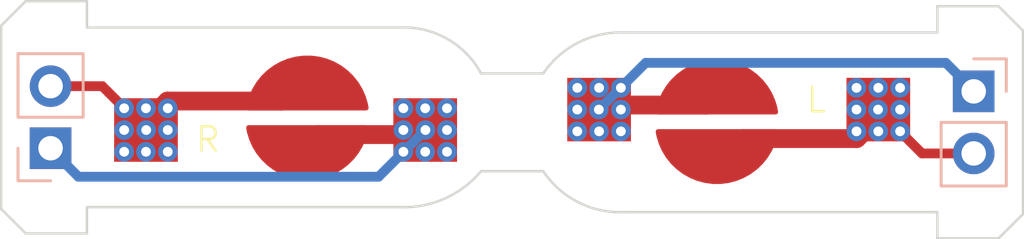
<source format=kicad_pcb>
(kicad_pcb (version 20211014) (generator pcbnew)
  (layers (0 "F.Cu" signal) (31 "B.Cu" signal) (34 "B.Paste" user) (35 "F.Paste" user) (36 "B.SilkS" user "B.Silkscreen") (37 "F.SilkS" user "F.Silkscreen") (38 "B.Mask" user) (39 "F.Mask" user) (44 "Edge.Cuts" user))
  (net 0 "")
  (net 1 "Net-(J1-Pad1)")
  (net 2 "Net-(J1-Pad2)")
  (net 3 "Net-(J2-Pad1)")
  (net 4 "Net-(J2-Pad2)")
  (footprint "PhobGCC_Footprints:Trigger_Contact" (layer "F.Cu") (at 116.797971 71.588)
    (fp_text reference "SW1" hide)
    (fp_text value "L" (at 4.06 -0.89) (layer "F.SilkS") (effects (font (thickness 0.1))))
    (pad "1" thru_hole circle (at -3.92 -1.39) (size 0.8 0.8) (drill 0.4) (layers *.Cu *.Mask) (net 1 "Net-(J1-Pad1)"))
    (pad "1" thru_hole circle (at -5.7 -0.5) (size 0.8 0.8) (drill 0.4) (layers *.Cu *.Mask) (net 1 "Net-(J1-Pad1)"))
    (pad "1" smd custom (at -4.81 -0.5) (size 1.524 1.524) (layers "F.Cu" "F.Paste" "F.Mask") (net 1 "Net-(J1-Pad1)") (options (clearance outline) (anchor circle)) (primitives (gr_rect (start -1.3 1.3) (end 1.3 -1.3) (width 0) (fill yes))))
    (pad "1" thru_hole circle (at -4.81 0.39) (size 0.8 0.8) (drill 0.4) (layers *.Cu *.Mask) (net 1 "Net-(J1-Pad1)"))
    (pad "1" thru_hole circle (at -4.82 -0.5) (size 0.8 0.8) (drill 0.4) (layers *.Cu *.Mask) (net 1 "Net-(J1-Pad1)"))
    (pad "1" thru_hole circle (at -3.92 0.39) (size 0.8 0.8) (drill 0.4) (layers *.Cu *.Mask) (net 1 "Net-(J1-Pad1)"))
    (pad "1" thru_hole circle (at -4.81 -1.39) (size 0.8 0.8) (drill 0.4) (layers *.Cu *.Mask) (net 1 "Net-(J1-Pad1)"))
    (pad "1" thru_hole circle (at -5.7 0.39) (size 0.8 0.8) (drill 0.4) (layers *.Cu *.Mask) (net 1 "Net-(J1-Pad1)"))
    (pad "1" thru_hole circle (at -3.92 -0.5) (size 0.8 0.8) (drill 0.4) (layers *.Cu *.Mask) (net 1 "Net-(J1-Pad1)"))
    (pad "1" smd custom (at 0 -1.421886) (size 1.524 1.524) (layers "F.Cu" "F.Paste" "F.Mask") (net 1 "Net-(J1-Pad1)") (options (clearance outline) (anchor circle)) (primitives (gr_poly (pts (xy 2.4 1.021886) (xy 2.372946 0.868173) (xy 2.284539 0.568843) (xy 2.158541 0.283291) (xy 1.997027 0.016218) (xy 1.802655 -0.227983) (xy 1.578621 -0.445293) (xy 1.328613 -0.632137) (xy 1.056744 -0.785441) (xy 0.767487 -0.902682) (xy 0.465603 -0.981932) (xy 0.156057 -1.021885) (xy -0.156057 -1.021885) (xy -0.465603 -0.981932) (xy -0.767487 -0.902682) (xy -1.056744 -0.785441) (xy -1.328613 -0.632137) (xy -1.578621 -0.445293) (xy -1.802655 -0.227983) (xy -1.997027 0.016218) (xy -2.158541 0.283291) (xy -2.284539 0.568843) (xy -2.372946 0.868173) (xy -2.4 1.021886)) (width 0.2) (fill yes))))
    (pad "1" thru_hole circle (at -5.7 -1.39) (size 0.8 0.8) (drill 0.4) (layers *.Cu *.Mask) (net 1 "Net-(J1-Pad1)"))
    (pad "2" thru_hole circle (at 7.48 -1.39) (size 0.8 0.8) (drill 0.4) (layers *.Cu *.Mask) (net 2 "Net-(J1-Pad2)"))
    (pad "2" smd custom (at 6.59 -0.5) (size 1.524 1.524) (layers "F.Cu" "F.Paste" "F.Mask") (net 2 "Net-(J1-Pad2)") (options (clearance outline) (anchor circle)) (primitives (gr_rect (start -1.3 1.3) (end 1.3 -1.3) (width 0) (fill yes))))
    (pad "2" thru_hole circle (at 5.7 -1.39) (size 0.8 0.8) (drill 0.4) (layers *.Cu *.Mask) (net 2 "Net-(J1-Pad2)"))
    (pad "2" thru_hole circle (at 5.7 -0.5) (size 0.8 0.8) (drill 0.4) (layers *.Cu *.Mask) (net 2 "Net-(J1-Pad2)"))
    (pad "2" thru_hole circle (at 5.7 0.39) (size 0.8 0.8) (drill 0.4) (layers *.Cu *.Mask) (net 2 "Net-(J1-Pad2)"))
    (pad "2" thru_hole circle (at 6.58 -0.5) (size 0.8 0.8) (drill 0.4) (layers *.Cu *.Mask) (net 2 "Net-(J1-Pad2)"))
    (pad "2" thru_hole circle (at 7.48 -0.5) (size 0.8 0.8) (drill 0.4) (layers *.Cu *.Mask) (net 2 "Net-(J1-Pad2)"))
    (pad "2" thru_hole circle (at 6.59 0.39) (size 0.8 0.8) (drill 0.4) (layers *.Cu *.Mask) (net 2 "Net-(J1-Pad2)"))
    (pad "2" thru_hole circle (at 7.48 0.39) (size 0.8 0.8) (drill 0.4) (layers *.Cu *.Mask) (net 2 "Net-(J1-Pad2)"))
    (pad "2" thru_hole circle (at 6.59 -1.39) (size 0.8 0.8) (drill 0.4) (layers *.Cu *.Mask) (net 2 "Net-(J1-Pad2)"))
    (pad "2" smd custom (at 0 1.421885) (size 1.524 1.524) (layers "F.Cu" "F.Paste" "F.Mask") (net 2 "Net-(J1-Pad2)") (options (clearance outline) (anchor circle)) (primitives (gr_poly (pts (xy -2.4 -1.021885) (xy -2.372946 -0.868172) (xy -2.284539 -0.568842) (xy -2.158541 -0.28329) (xy -1.997027 -0.016217) (xy -1.802655 0.227984) (xy -1.578621 0.445294) (xy -1.328613 0.632138) (xy -1.056744 0.785442) (xy -0.767487 0.902683) (xy -0.465603 0.981933) (xy -0.156057 1.021886) (xy 0.156057 1.021886) (xy 0.465603 0.981933) (xy 0.767487 0.902683) (xy 1.056744 0.785442) (xy 1.328613 0.632138) (xy 1.578621 0.445294) (xy 1.802655 0.227984) (xy 1.997027 -0.016217) (xy 2.158541 -0.28329) (xy 2.284539 -0.568842) (xy 2.372946 -0.868172) (xy 2.4 -1.021885)) (width 0.2) (fill yes))))
  )
  (footprint "PhobGCC_Footprints:breakaway-mousebites-double" (layer "F.Cu") (at 109.705907 71.375 90)
    (fp_text reference "H2" hide)
    (fp_text value "MouseBiteRA" hide)
    (fp_line (start -2.233 -2.537893) (end -2.233 0.002107) (layer "Edge.Cuts") (width 0.1))
    (fp_line (start 1.767 -2.537893) (end 1.767 0.002107) (layer "Edge.Cuts") (width 0.1))
    (pad "" np_thru_hole circle (at -0.23 -2.26085 270) (size 0.7874 0.7874) (drill 0.7874) (layers *.Cu *.Mask))
    (pad "" np_thru_hole circle (at 1.04 -0.23 90) (size 0.7874 0.7874) (drill 0.7874) (layers *.Cu *.Mask))
    (pad "" np_thru_hole circle (at -1.5 -0.23 90) (size 0.7874 0.7874) (drill 0.7874) (layers *.Cu *.Mask))
    (pad "" np_thru_hole circle (at -0.23 -0.23 90) (size 0.7874 0.7874) (drill 0.7874) (layers *.Cu *.Mask))
    (pad "" np_thru_hole circle (at 1.04 -2.26085 270) (size 0.7874 0.7874) (drill 0.7874) (layers *.Cu *.Mask))
    (pad "" np_thru_hole circle (at -1.5 -2.26085 270) (size 0.7874 0.7874) (drill 0.7874) (layers *.Cu *.Mask))
  )
  (footprint "PhobGCC_Footprints:Trigger_Contact" (layer "F.Cu") (at 100.078057 71.424503 180)
    (fp_text reference "SW2" hide)
    (fp_text value "R" (at 4.06 -0.89) (layer "F.SilkS") (effects (font (thickness 0.1))))
    (pad "1" thru_hole circle (at -4.81 -1.39 180) (size 0.8 0.8) (drill 0.4) (layers *.Cu *.Mask) (net 3 "Net-(J2-Pad1)"))
    (pad "1" thru_hole circle (at -5.7 -1.39 180) (size 0.8 0.8) (drill 0.4) (layers *.Cu *.Mask) (net 3 "Net-(J2-Pad1)"))
    (pad "1" thru_hole circle (at -4.82 -0.5 180) (size 0.8 0.8) (drill 0.4) (layers *.Cu *.Mask) (net 3 "Net-(J2-Pad1)"))
    (pad "1" thru_hole circle (at -3.92 0.39 180) (size 0.8 0.8) (drill 0.4) (layers *.Cu *.Mask) (net 3 "Net-(J2-Pad1)"))
    (pad "1" thru_hole circle (at -5.7 0.39 180) (size 0.8 0.8) (drill 0.4) (layers *.Cu *.Mask) (net 3 "Net-(J2-Pad1)"))
    (pad "1" smd custom (at 0 -1.421886 180) (size 1.524 1.524) (layers "F.Cu" "F.Paste" "F.Mask") (net 3 "Net-(J2-Pad1)") (options (clearance outline) (anchor circle)) (primitives (gr_poly (pts (xy 2.4 1.021886) (xy 2.372946 0.868173) (xy 2.284539 0.568843) (xy 2.158541 0.283291) (xy 1.997027 0.016218) (xy 1.802655 -0.227983) (xy 1.578621 -0.445293) (xy 1.328613 -0.632137) (xy 1.056744 -0.785441) (xy 0.767487 -0.902682) (xy 0.465603 -0.981932) (xy 0.156057 -1.021885) (xy -0.156057 -1.021885) (xy -0.465603 -0.981932) (xy -0.767487 -0.902682) (xy -1.056744 -0.785441) (xy -1.328613 -0.632137) (xy -1.578621 -0.445293) (xy -1.802655 -0.227983) (xy -1.997027 0.016218) (xy -2.158541 0.283291) (xy -2.284539 0.568843) (xy -2.372946 0.868173) (xy -2.4 1.021886)) (width 0.2) (fill yes))))
    (pad "1" thru_hole circle (at -5.7 -0.5 180) (size 0.8 0.8) (drill 0.4) (layers *.Cu *.Mask) (net 3 "Net-(J2-Pad1)"))
    (pad "1" thru_hole circle (at -3.92 -1.39 180) (size 0.8 0.8) (drill 0.4) (layers *.Cu *.Mask) (net 3 "Net-(J2-Pad1)"))
    (pad "1" thru_hole circle (at -3.92 -0.5 180) (size 0.8 0.8) (drill 0.4) (layers *.Cu *.Mask) (net 3 "Net-(J2-Pad1)"))
    (pad "1" smd custom (at -4.81 -0.5 180) (size 1.524 1.524) (layers "F.Cu" "F.Paste" "F.Mask") (net 3 "Net-(J2-Pad1)") (options (clearance outline) (anchor circle)) (primitives (gr_rect (start -1.3 1.3) (end 1.3 -1.3) (width 0) (fill yes))))
    (pad "1" thru_hole circle (at -4.81 0.39 180) (size 0.8 0.8) (drill 0.4) (layers *.Cu *.Mask) (net 3 "Net-(J2-Pad1)"))
    (pad "2" thru_hole circle (at 7.48 0.39 180) (size 0.8 0.8) (drill 0.4) (layers *.Cu *.Mask) (net 4 "Net-(J2-Pad2)"))
    (pad "2" thru_hole circle (at 5.7 -1.39 180) (size 0.8 0.8) (drill 0.4) (layers *.Cu *.Mask) (net 4 "Net-(J2-Pad2)"))
    (pad "2" thru_hole circle (at 5.7 0.39 180) (size 0.8 0.8) (drill 0.4) (layers *.Cu *.Mask) (net 4 "Net-(J2-Pad2)"))
    (pad "2" thru_hole circle (at 6.59 0.39 180) (size 0.8 0.8) (drill 0.4) (layers *.Cu *.Mask) (net 4 "Net-(J2-Pad2)"))
    (pad "2" thru_hole circle (at 5.7 -0.5 180) (size 0.8 0.8) (drill 0.4) (layers *.Cu *.Mask) (net 4 "Net-(J2-Pad2)"))
    (pad "2" smd custom (at 6.59 -0.5 180) (size 1.524 1.524) (layers "F.Cu" "F.Paste" "F.Mask") (net 4 "Net-(J2-Pad2)") (options (clearance outline) (anchor circle)) (primitives (gr_rect (start -1.3 1.3) (end 1.3 -1.3) (width 0) (fill yes))))
    (pad "2" thru_hole circle (at 7.48 -0.5 180) (size 0.8 0.8) (drill 0.4) (layers *.Cu *.Mask) (net 4 "Net-(J2-Pad2)"))
    (pad "2" thru_hole circle (at 7.48 -1.39 180) (size 0.8 0.8) (drill 0.4) (layers *.Cu *.Mask) (net 4 "Net-(J2-Pad2)"))
    (pad "2" smd custom (at 0 1.421885 180) (size 1.524 1.524) (layers "F.Cu" "F.Paste" "F.Mask") (net 4 "Net-(J2-Pad2)") (options (clearance outline) (anchor circle)) (primitives (gr_poly (pts (xy -2.4 -1.021885) (xy -2.372946 -0.868172) (xy -2.284539 -0.568842) (xy -2.158541 -0.28329) (xy -1.997027 -0.016217) (xy -1.802655 0.227984) (xy -1.578621 0.445294) (xy -1.328613 0.632138) (xy -1.056744 0.785442) (xy -0.767487 0.902683) (xy -0.465603 0.981933) (xy -0.156057 1.021886) (xy 0.156057 1.021886) (xy 0.465603 0.981933) (xy 0.767487 0.902683) (xy 1.056744 0.785442) (xy 1.328613 0.632138) (xy 1.578621 0.445294) (xy 1.802655 0.227984) (xy 1.997027 -0.016217) (xy 2.158541 -0.28329) (xy 2.284539 -0.568842) (xy 2.372946 -0.868172) (xy 2.4 -1.021885)) (width 0.2) (fill yes))))
    (pad "2" thru_hole circle (at 6.59 -1.39 180) (size 0.8 0.8) (drill 0.4) (layers *.Cu *.Mask) (net 4 "Net-(J2-Pad2)"))
    (pad "2" thru_hole circle (at 6.58 -0.5 180) (size 0.8 0.8) (drill 0.4) (layers *.Cu *.Mask) (net 4 "Net-(J2-Pad2)"))
  )
  (footprint "PhobGCC_Footprints:Pin_Header_Straight_1x02_Pitch2.54mm" (layer "B.Cu") (at 127.282971 70.343003 180)
    (fp_text reference "J1" hide)
    (fp_text value "L" hide)
    (fp_line (start -1.33 0) (end -1.33 1.33) (layer "B.SilkS") (width 0.12))
    (fp_line (start -1.33 1.33) (end 0 1.33) (layer "B.SilkS") (width 0.12))
    (fp_line (start 1.33 -1.27) (end 1.33 -3.87) (layer "B.SilkS") (width 0.12))
    (fp_line (start -1.33 -1.27) (end 1.33 -1.27) (layer "B.SilkS") (width 0.12))
    (fp_line (start -1.33 -3.87) (end 1.33 -3.87) (layer "B.SilkS") (width 0.12))
    (fp_line (start -1.33 -1.27) (end -1.33 -3.87) (layer "B.SilkS") (width 0.12))
    (pad "1" thru_hole rect (at 0 0 180) (size 1.7 1.7) (drill 1) (layers *.Cu *.Mask) (net 1 "Net-(J1-Pad1)"))
    (pad "2" thru_hole oval (at 0 -2.54 180) (size 1.7 1.7) (drill 1) (layers *.Cu *.Mask) (net 2 "Net-(J1-Pad2)"))
  )
  (footprint "PhobGCC_Footprints:Pin_Header_Straight_1x02_Pitch2.54mm" (layer "B.Cu") (at 89.593057 72.6695)
    (fp_text reference "J2" hide)
    (fp_text value "R" hide)
    (fp_line (start -1.33 -3.87) (end 1.33 -3.87) (layer "B.SilkS") (width 0.12))
    (fp_line (start -1.33 -1.27) (end -1.33 -3.87) (layer "B.SilkS") (width 0.12))
    (fp_line (start -1.33 1.33) (end 0 1.33) (layer "B.SilkS") (width 0.12))
    (fp_line (start -1.33 -1.27) (end 1.33 -1.27) (layer "B.SilkS") (width 0.12))
    (fp_line (start 1.33 -1.27) (end 1.33 -3.87) (layer "B.SilkS") (width 0.12))
    (fp_line (start -1.33 0) (end -1.33 1.33) (layer "B.SilkS") (width 0.12))
    (pad "1" thru_hole rect (at 0 0) (size 1.7 1.7) (drill 1) (layers *.Cu *.Mask) (net 3 "Net-(J2-Pad1)"))
    (pad "2" thru_hole oval (at 0 -2.54) (size 1.7 1.7) (drill 1) (layers *.Cu *.Mask) (net 4 "Net-(J2-Pad2)"))
  )
  (gr_line (start 125.797971 67.933) (end 112.997971 67.933) (layer "Edge.Cuts") (width 0.1))
  (gr_line (start 91.078057 67.729503) (end 103.878057 67.729503) (layer "Edge.Cuts") (width 0.1))
  (gr_line (start 88.578057 66.654503) (end 91.078057 66.654503) (layer "Edge.Cuts") (width 0.1))
  (gr_line (start 128.297971 66.858) (end 125.797971 66.858) (layer "Edge.Cuts") (width 0.1))
  (gr_line (start 87.578057 75.154503) (end 88.578057 76.154503) (layer "Edge.Cuts") (width 0.1))
  (gr_arc (start 112.997971 75.283) (mid 111.133614 74.876392) (end 109.708014 73.608) (layer "Edge.Cuts") (width 0.1))
  (gr_line (start 128.297971 76.358) (end 129.297971 75.358) (layer "Edge.Cuts") (width 0.1))
  (gr_line (start 88.578057 66.654503) (end 87.578057 67.654503) (layer "Edge.Cuts") (width 0.1))
  (gr_arc (start 103.878057 67.729503) (mid 105.792312 68.197147) (end 107.168014 69.608) (layer "Edge.Cuts") (width 0.1))
  (gr_line (start 91.078057 67.729503) (end 91.078057 66.654503) (layer "Edge.Cuts") (width 0.1))
  (gr_line (start 128.297971 76.358) (end 125.797971 76.358) (layer "Edge.Cuts") (width 0.1))
  (gr_line (start 125.797971 66.858) (end 125.797971 67.933) (layer "Edge.Cuts") (width 0.1))
  (gr_line (start 91.078057 75.079503) (end 103.878057 75.079503) (layer "Edge.Cuts") (width 0.1))
  (gr_line (start 88.578057 76.154503) (end 91.078057 76.154503) (layer "Edge.Cuts") (width 0.1))
  (gr_arc (start 107.168014 73.608) (mid 105.69328 74.724381) (end 103.878057 75.079503) (layer "Edge.Cuts") (width 0.1))
  (gr_line (start 125.797971 75.283) (end 112.997971 75.283) (layer "Edge.Cuts") (width 0.1))
  (gr_line (start 91.078057 76.154503) (end 91.078057 75.079503) (layer "Edge.Cuts") (width 0.1))
  (gr_arc (start 109.708014 69.608) (mid 111.137673 68.347575) (end 112.997971 67.933) (layer "Edge.Cuts") (width 0.1))
  (gr_line (start 129.297971 67.858) (end 128.297971 66.858) (layer "Edge.Cuts") (width 0.1))
  (gr_line (start 125.797971 75.283) (end 125.797971 76.358) (layer "Edge.Cuts") (width 0.1))
  (gr_line (start 87.578057 75.154503) (end 87.578057 67.654503) (layer "Edge.Cuts") (width 0.1))
  (gr_line (start 129.297971 67.858) (end 129.297971 75.358) (layer "Edge.Cuts") (width 0.1))
  (segment (start 112.489971 70.902) (end 112.303971 71.088) (width 0.77) (layer "F.Cu") (net 1))
  (segment (start 116.378085 70.902) (end 112.489971 70.902) (width 0.77) (layer "F.Cu") (net 1))
  (segment (start 117.113971 70.166114) (end 116.378085 70.902) (width 0.77) (layer "F.Cu") (net 1))
  (segment (start 113.888974 69.176997) (end 111.977971 71.088) (width 0.4) (layer "B.Cu") (net 1))
  (segment (start 126.147968 69.176997) (end 113.888974 69.176997) (width 0.4) (layer "B.Cu") (net 1))
  (segment (start 127.303971 70.333) (end 126.147968 69.176997) (width 0.4) (layer "B.Cu") (net 1))
  (segment (start 125.172974 72.883003) (end 123.377971 71.088) (width 0.4) (layer "F.Cu") (net 2))
  (segment (start 117.113971 73.009885) (end 117.849856 72.274) (width 0.77) (layer "F.Cu") (net 2))
  (segment (start 127.282971 72.883003) (end 125.172974 72.883003) (width 0.4) (layer "F.Cu") (net 2))
  (segment (start 117.849856 72.274) (end 122.507971 72.274) (width 0.77) (layer "F.Cu") (net 2))
  (segment (start 122.507971 72.274) (end 123.693971 71.088) (width 0.77) (layer "F.Cu") (net 2))
  (segment (start 99.762057 72.846389) (end 100.497943 72.110503) (width 0.77) (layer "F.Cu") (net 3))
  (segment (start 104.386057 72.110503) (end 104.572057 71.924503) (width 0.77) (layer "F.Cu") (net 3))
  (segment (start 100.497943 72.110503) (end 104.386057 72.110503) (width 0.77) (layer "F.Cu") (net 3))
  (segment (start 102.987054 73.835506) (end 104.898057 71.924503) (width 0.4) (layer "B.Cu") (net 3))
  (segment (start 89.572057 72.679503) (end 90.72806 73.835506) (width 0.4) (layer "B.Cu") (net 3))
  (segment (start 90.72806 73.835506) (end 102.987054 73.835506) (width 0.4) (layer "B.Cu") (net 3))
  (segment (start 99.026172 70.738503) (end 94.368057 70.738503) (width 0.77) (layer "F.Cu") (net 4))
  (segment (start 99.762057 70.002618) (end 99.026172 70.738503) (width 0.77) (layer "F.Cu") (net 4))
  (segment (start 91.703054 70.1295) (end 93.498057 71.924503) (width 0.4) (layer "F.Cu") (net 4))
  (segment (start 89.593057 70.1295) (end 91.703054 70.1295) (width 0.4) (layer "F.Cu") (net 4))
  (segment (start 94.368057 70.738503) (end 93.182057 71.924503) (width 0.77) (layer "F.Cu") (net 4))
)
</source>
